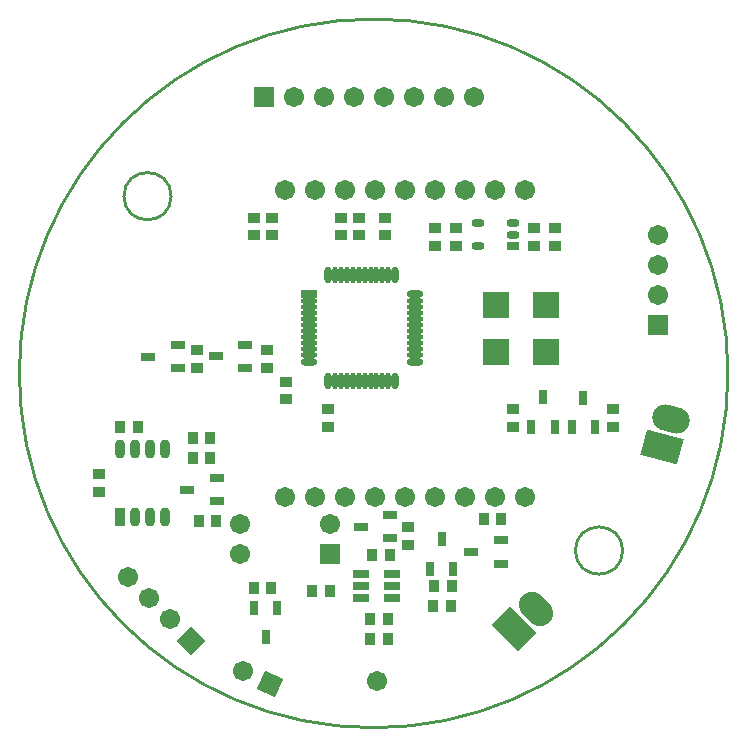
<source format=gts>
%FSLAX25Y25*%
%MOIN*%
G70*
G01*
G75*
G04 Layer_Color=8388736*
%ADD10R,0.02756X0.03347*%
%ADD11R,0.03347X0.02756*%
%ADD12O,0.04724X0.00984*%
%ADD13R,0.04724X0.01772*%
%ADD14O,0.04724X0.01772*%
%ADD15O,0.00984X0.04724*%
%ADD16O,0.01772X0.04724*%
%ADD17R,0.03937X0.02362*%
%ADD18R,0.04724X0.01969*%
%ADD19O,0.03543X0.01969*%
%ADD20O,0.03543X0.01969*%
%ADD21R,0.03543X0.01969*%
%ADD22R,0.02362X0.03937*%
%ADD23O,0.02500X0.05500*%
%ADD24R,0.02500X0.05500*%
%ADD25R,0.07874X0.07874*%
%ADD26C,0.01000*%
%ADD27C,0.00800*%
%ADD28C,0.02000*%
%ADD29C,0.06000*%
%ADD30C,0.01500*%
%ADD31C,0.03000*%
%ADD32C,0.01200*%
%ADD33C,0.05906*%
%ADD34P,0.08352X4X180.0*%
%ADD35R,0.05906X0.05906*%
G04:AMPARAMS|DCode=36|XSize=78.74mil|YSize=118.11mil|CornerRadius=0mil|HoleSize=0mil|Usage=FLASHONLY|Rotation=45.000|XOffset=0mil|YOffset=0mil|HoleType=Round|Shape=Rectangle|*
%AMROTATEDRECTD36*
4,1,4,0.01392,-0.06960,-0.06960,0.01392,-0.01392,0.06960,0.06960,-0.01392,0.01392,-0.06960,0.0*
%
%ADD36ROTATEDRECTD36*%

G04:AMPARAMS|DCode=37|XSize=78.74mil|YSize=118.11mil|CornerRadius=0mil|HoleSize=0mil|Usage=FLASHONLY|Rotation=45.000|XOffset=0mil|YOffset=0mil|HoleType=Round|Shape=Round|*
%AMOVALD37*
21,1,0.03937,0.07874,0.00000,0.00000,135.0*
1,1,0.07874,0.01392,-0.01392*
1,1,0.07874,-0.01392,0.01392*
%
%ADD37OVALD37*%

G04:AMPARAMS|DCode=38|XSize=78.74mil|YSize=118.11mil|CornerRadius=0mil|HoleSize=0mil|Usage=FLASHONLY|Rotation=75.000|XOffset=0mil|YOffset=0mil|HoleType=Round|Shape=Round|*
%AMOVALD38*
21,1,0.03937,0.07874,0.00000,0.00000,165.0*
1,1,0.07874,0.01901,-0.00510*
1,1,0.07874,-0.01901,0.00510*
%
%ADD38OVALD38*%

G04:AMPARAMS|DCode=39|XSize=78.74mil|YSize=118.11mil|CornerRadius=0mil|HoleSize=0mil|Usage=FLASHONLY|Rotation=75.000|XOffset=0mil|YOffset=0mil|HoleType=Round|Shape=Rectangle|*
%AMROTATEDRECTD39*
4,1,4,0.04685,-0.05331,-0.06723,-0.02274,-0.04685,0.05331,0.06723,0.02274,0.04685,-0.05331,0.0*
%
%ADD39ROTATEDRECTD39*%

%ADD40P,0.08352X4X200.0*%
%ADD41R,0.05906X0.05906*%
%ADD42C,0.02000*%
%ADD43C,0.03000*%
%ADD44C,0.04000*%
%ADD45C,0.05000*%
%ADD46C,0.27559*%
%ADD47C,0.00500*%
%ADD48C,0.00787*%
%ADD49C,0.00984*%
%ADD50C,0.02362*%
%ADD51R,0.03556X0.04147*%
%ADD52R,0.04147X0.03556*%
%ADD53O,0.05524X0.01784*%
%ADD54R,0.05524X0.02572*%
%ADD55O,0.05524X0.02572*%
%ADD56O,0.01784X0.05524*%
%ADD57O,0.02572X0.05524*%
%ADD58R,0.04737X0.03162*%
%ADD59R,0.05524X0.02769*%
%ADD60O,0.04343X0.02769*%
%ADD61O,0.04343X0.02769*%
%ADD62R,0.04343X0.02769*%
%ADD63R,0.03162X0.04737*%
%ADD64O,0.03300X0.06300*%
%ADD65R,0.03300X0.06300*%
%ADD66R,0.08674X0.08674*%
%ADD67C,0.06706*%
%ADD68P,0.09483X4X180.0*%
%ADD69R,0.06706X0.06706*%
G04:AMPARAMS|DCode=70|XSize=86.74mil|YSize=126.11mil|CornerRadius=0mil|HoleSize=0mil|Usage=FLASHONLY|Rotation=45.000|XOffset=0mil|YOffset=0mil|HoleType=Round|Shape=Rectangle|*
%AMROTATEDRECTD70*
4,1,4,0.01392,-0.07525,-0.07525,0.01392,-0.01392,0.07525,0.07525,-0.01392,0.01392,-0.07525,0.0*
%
%ADD70ROTATEDRECTD70*%

G04:AMPARAMS|DCode=71|XSize=86.74mil|YSize=126.11mil|CornerRadius=0mil|HoleSize=0mil|Usage=FLASHONLY|Rotation=45.000|XOffset=0mil|YOffset=0mil|HoleType=Round|Shape=Round|*
%AMOVALD71*
21,1,0.03937,0.08674,0.00000,0.00000,135.0*
1,1,0.08674,0.01392,-0.01392*
1,1,0.08674,-0.01392,0.01392*
%
%ADD71OVALD71*%

G04:AMPARAMS|DCode=72|XSize=86.74mil|YSize=126.11mil|CornerRadius=0mil|HoleSize=0mil|Usage=FLASHONLY|Rotation=75.000|XOffset=0mil|YOffset=0mil|HoleType=Round|Shape=Round|*
%AMOVALD72*
21,1,0.03937,0.08674,0.00000,0.00000,165.0*
1,1,0.08674,0.01901,-0.00510*
1,1,0.08674,-0.01901,0.00510*
%
%ADD72OVALD72*%

G04:AMPARAMS|DCode=73|XSize=86.74mil|YSize=126.11mil|CornerRadius=0mil|HoleSize=0mil|Usage=FLASHONLY|Rotation=75.000|XOffset=0mil|YOffset=0mil|HoleType=Round|Shape=Rectangle|*
%AMROTATEDRECTD73*
4,1,4,0.04968,-0.05821,-0.07213,-0.02557,-0.04968,0.05821,0.07213,0.02557,0.04968,-0.05821,0.0*
%
%ADD73ROTATEDRECTD73*%

%ADD74P,0.09483X4X200.0*%
%ADD75R,0.06706X0.06706*%
D26*
X83000Y-59055D02*
G03*
X83000Y-59055I-7874J0D01*
G01*
X-67500Y59055D02*
G03*
X-67500Y59055I-7874J0D01*
G01*
X118110Y0D02*
G03*
X118110Y0I-118110J0D01*
G01*
D51*
X26105Y-70900D02*
D03*
X20200D02*
D03*
X-58306Y-49200D02*
D03*
X-52400D02*
D03*
X-40005Y-71500D02*
D03*
X-34100D02*
D03*
X-20405Y-72500D02*
D03*
X-14500D02*
D03*
X19895Y-77400D02*
D03*
X25800D02*
D03*
X-54395Y-28300D02*
D03*
X-60300D02*
D03*
X-54395Y-21700D02*
D03*
X-60300D02*
D03*
X-84500Y-17800D02*
D03*
X-78594D02*
D03*
X36694Y-48400D02*
D03*
X42600D02*
D03*
X-1200Y-81800D02*
D03*
X4705D02*
D03*
X-1200Y-88500D02*
D03*
X4705D02*
D03*
X-400Y-60700D02*
D03*
X5505D02*
D03*
D52*
X-58732Y1729D02*
D03*
Y7635D02*
D03*
X-15200Y-12000D02*
D03*
Y-17906D02*
D03*
X79700Y-11994D02*
D03*
Y-17900D02*
D03*
X60300Y42600D02*
D03*
Y48505D02*
D03*
X53400Y48400D02*
D03*
Y42494D02*
D03*
X27300Y42500D02*
D03*
Y48406D02*
D03*
X20500Y48400D02*
D03*
Y42494D02*
D03*
X-39800Y51906D02*
D03*
Y46000D02*
D03*
X-33900D02*
D03*
Y51906D02*
D03*
X3853Y46000D02*
D03*
Y51906D02*
D03*
X-29300Y-2800D02*
D03*
Y-8705D02*
D03*
X-91600Y-39606D02*
D03*
Y-33700D02*
D03*
X-10935Y51906D02*
D03*
Y46000D02*
D03*
X11600Y-51195D02*
D03*
Y-57100D02*
D03*
X-5035Y45994D02*
D03*
Y51900D02*
D03*
X-35531Y1729D02*
D03*
Y7635D02*
D03*
X46600Y-17906D02*
D03*
Y-12000D02*
D03*
D53*
X-21700Y10221D02*
D03*
X13733Y22031D02*
D03*
X13733Y12189D02*
D03*
Y18094D02*
D03*
Y20063D02*
D03*
Y16126D02*
D03*
Y6283D02*
D03*
X-21700Y20063D02*
D03*
Y14157D02*
D03*
X13733Y24000D02*
D03*
X-21700D02*
D03*
X13733Y8252D02*
D03*
Y10221D02*
D03*
Y14157D02*
D03*
X-21700Y22031D02*
D03*
Y16126D02*
D03*
Y6283D02*
D03*
Y12189D02*
D03*
Y18094D02*
D03*
Y8252D02*
D03*
D54*
Y26362D02*
D03*
D55*
X13733D02*
D03*
Y3921D02*
D03*
X-21700D02*
D03*
D56*
X4875Y-2575D02*
D03*
X-12842D02*
D03*
Y32858D02*
D03*
X-10873D02*
D03*
X-8905D02*
D03*
X-6936D02*
D03*
X-4968D02*
D03*
X-1031D02*
D03*
X938D02*
D03*
X2906D02*
D03*
X938Y-2575D02*
D03*
X-10873D02*
D03*
X4875Y32858D02*
D03*
X-2999D02*
D03*
X2906Y-2575D02*
D03*
X-4968D02*
D03*
X-2999D02*
D03*
X-6936D02*
D03*
X-1031D02*
D03*
X-8905D02*
D03*
D57*
X7237D02*
D03*
X-15204Y32858D02*
D03*
X7237D02*
D03*
X-15204Y-2575D02*
D03*
D58*
X-52300Y-34826D02*
D03*
X-62142Y-38763D02*
D03*
X-52300Y-42700D02*
D03*
X5500Y-47126D02*
D03*
X-4343Y-51063D02*
D03*
X5500Y-55000D02*
D03*
X42400Y-55526D02*
D03*
X32557Y-59463D02*
D03*
X42400Y-63400D02*
D03*
X-42731Y9609D02*
D03*
X-52574Y5672D02*
D03*
X-42731Y1735D02*
D03*
X-65332Y9509D02*
D03*
X-75174Y5572D02*
D03*
X-65332Y1635D02*
D03*
D59*
X-4218Y-66863D02*
D03*
Y-70800D02*
D03*
Y-74737D02*
D03*
X6018D02*
D03*
Y-66863D02*
D03*
X6018Y-70800D02*
D03*
D60*
X46600Y49980D02*
D03*
Y46240D02*
D03*
X34789Y49980D02*
D03*
D61*
Y42500D02*
D03*
D62*
X46600D02*
D03*
D63*
X-39974Y-78100D02*
D03*
X-36037Y-87942D02*
D03*
X-32100Y-78100D02*
D03*
X73874Y-18000D02*
D03*
X69937Y-8157D02*
D03*
X66000Y-18000D02*
D03*
X60474Y-17868D02*
D03*
X56537Y-8026D02*
D03*
X52600Y-17868D02*
D03*
X18700Y-65100D02*
D03*
X22637Y-55257D02*
D03*
X26574Y-65100D02*
D03*
D64*
X-79400Y-47900D02*
D03*
Y-25262D02*
D03*
X-69400Y-47900D02*
D03*
X-74400D02*
D03*
X-69400Y-25262D02*
D03*
X-84400D02*
D03*
X-74400D02*
D03*
D65*
X-84400Y-47900D02*
D03*
D66*
X40800Y22842D02*
D03*
Y7095D02*
D03*
X57600Y7000D02*
D03*
Y22748D02*
D03*
D67*
X-82013Y-67887D02*
D03*
X-74942Y-74958D02*
D03*
X-67871Y-82029D02*
D03*
X94800Y46200D02*
D03*
Y36200D02*
D03*
Y26200D02*
D03*
X50400Y61200D02*
D03*
X40400D02*
D03*
X30400D02*
D03*
X20400D02*
D03*
X10400D02*
D03*
X400D02*
D03*
X-9600D02*
D03*
X-19600D02*
D03*
X-29600D02*
D03*
Y-41162D02*
D03*
X-19600D02*
D03*
X-9600D02*
D03*
X400D02*
D03*
X10400D02*
D03*
X20400D02*
D03*
X30400D02*
D03*
X40400D02*
D03*
X50400D02*
D03*
X-43663Y-99174D02*
D03*
X-14500Y-50100D02*
D03*
X-44500Y-60100D02*
D03*
Y-50100D02*
D03*
X-26500Y92200D02*
D03*
X-16500D02*
D03*
X-6500D02*
D03*
X3500D02*
D03*
X13500D02*
D03*
X23500D02*
D03*
X33500D02*
D03*
X1200Y-102400D02*
D03*
D68*
X-60800Y-89100D02*
D03*
D69*
X94800Y16200D02*
D03*
D70*
X46900Y-85200D02*
D03*
D71*
X54250Y-78407D02*
D03*
D72*
X98968Y-15143D02*
D03*
D73*
X96000Y-24700D02*
D03*
D74*
X-34600Y-103400D02*
D03*
D75*
X-14500Y-60100D02*
D03*
X-36500Y92200D02*
D03*
M02*

</source>
